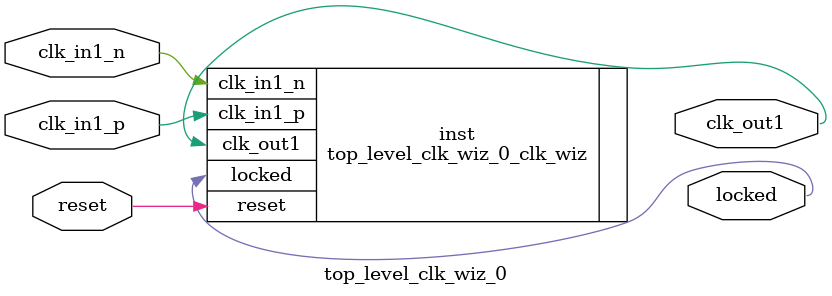
<source format=v>


`timescale 1ps/1ps

(* CORE_GENERATION_INFO = "top_level_clk_wiz_0,clk_wiz_v6_0_3_0_0,{component_name=top_level_clk_wiz_0,use_phase_alignment=false,use_min_o_jitter=false,use_max_i_jitter=false,use_dyn_phase_shift=false,use_inclk_switchover=false,use_dyn_reconfig=false,enable_axi=0,feedback_source=FDBK_AUTO,PRIMITIVE=MMCM,num_out_clk=1,clkin1_period=3.333,clkin2_period=10.0,use_power_down=false,use_reset=true,use_locked=true,use_inclk_stopped=false,feedback_type=SINGLE,CLOCK_MGR_TYPE=NA,manual_override=false}" *)

module top_level_clk_wiz_0 
 (
  // Clock out ports
  output        clk_out1,
  // Status and control signals
  input         reset,
  output        locked,
 // Clock in ports
  input         clk_in1_p,
  input         clk_in1_n
 );

  top_level_clk_wiz_0_clk_wiz inst
  (
  // Clock out ports  
  .clk_out1(clk_out1),
  // Status and control signals               
  .reset(reset), 
  .locked(locked),
 // Clock in ports
  .clk_in1_p(clk_in1_p),
  .clk_in1_n(clk_in1_n)
  );

endmodule

</source>
